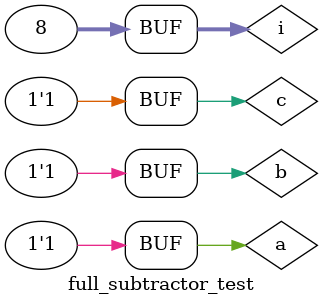
<source format=v>
module full_subtractor_test;
wire diff,borrow;
reg a,b,c;
integer i;
full_subtractor inst(a,b,c,diff,borrow);
initial begin
for(i=0;i<8;i=i+1)
begin
{a,b,c}=i;
#20;
end
end
endmodule

</source>
